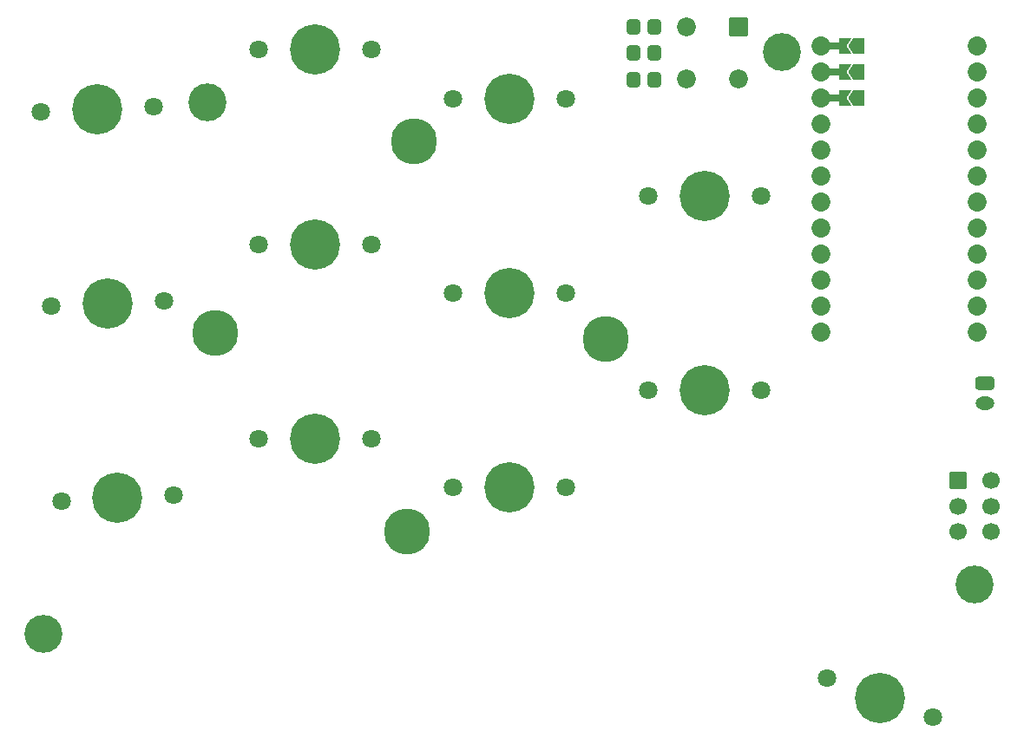
<source format=gbr>
%TF.GenerationSoftware,KiCad,Pcbnew,8.0.6-1.fc41*%
%TF.CreationDate,2024-12-09T10:01:21+11:00*%
%TF.ProjectId,pueo-mx-spaced,7075656f-2d6d-4782-9d73-70616365642e,0.1*%
%TF.SameCoordinates,Original*%
%TF.FileFunction,Soldermask,Top*%
%TF.FilePolarity,Negative*%
%FSLAX46Y46*%
G04 Gerber Fmt 4.6, Leading zero omitted, Abs format (unit mm)*
G04 Created by KiCad (PCBNEW 8.0.6-1.fc41) date 2024-12-09 10:01:21*
%MOMM*%
%LPD*%
G01*
G04 APERTURE LIST*
G04 Aperture macros list*
%AMRoundRect*
0 Rectangle with rounded corners*
0 $1 Rounding radius*
0 $2 $3 $4 $5 $6 $7 $8 $9 X,Y pos of 4 corners*
0 Add a 4 corners polygon primitive as box body*
4,1,4,$2,$3,$4,$5,$6,$7,$8,$9,$2,$3,0*
0 Add four circle primitives for the rounded corners*
1,1,$1+$1,$2,$3*
1,1,$1+$1,$4,$5*
1,1,$1+$1,$6,$7*
1,1,$1+$1,$8,$9*
0 Add four rect primitives between the rounded corners*
20,1,$1+$1,$2,$3,$4,$5,0*
20,1,$1+$1,$4,$5,$6,$7,0*
20,1,$1+$1,$6,$7,$8,$9,0*
20,1,$1+$1,$8,$9,$2,$3,0*%
%AMFreePoly0*
4,1,16,0.535355,0.785355,0.550000,0.750000,0.550000,-0.750000,0.535355,-0.785355,0.500000,-0.800000,-0.650000,-0.800000,-0.685355,-0.785355,-0.700000,-0.750000,-0.691603,-0.722265,-0.210093,0.000000,-0.691603,0.722265,-0.699029,0.759806,-0.677735,0.791603,-0.650000,0.800000,0.500000,0.800000,0.535355,0.785355,0.535355,0.785355,$1*%
%AMFreePoly1*
4,1,16,0.535355,0.785355,0.541603,0.777735,1.041603,0.027735,1.049029,-0.009806,1.041603,-0.027735,0.541603,-0.777735,0.509806,-0.799029,0.500000,-0.800000,-0.500000,-0.800000,-0.535355,-0.785355,-0.550000,-0.750000,-0.550000,0.750000,-0.535355,0.785355,-0.500000,0.800000,0.500000,0.800000,0.535355,0.785355,0.535355,0.785355,$1*%
G04 Aperture macros list end*
%ADD10C,1.801800*%
%ADD11C,4.900000*%
%ADD12RoundRect,0.270833X-0.379167X-0.479167X0.379167X-0.479167X0.379167X0.479167X-0.379167X0.479167X0*%
%ADD13O,1.850000X1.300000*%
%ADD14C,4.500000*%
%ADD15C,3.700000*%
%ADD16RoundRect,0.270833X-0.654167X0.379167X-0.654167X-0.379167X0.654167X-0.379167X0.654167X0.379167X0*%
%ADD17FreePoly0,180.000000*%
%ADD18C,1.852600*%
%ADD19RoundRect,0.050000X-0.762000X0.250000X-0.762000X-0.250000X0.762000X-0.250000X0.762000X0.250000X0*%
%ADD20FreePoly1,180.000000*%
%ADD21RoundRect,0.102000X-0.820000X0.820000X-0.820000X-0.820000X0.820000X-0.820000X0.820000X0.820000X0*%
%ADD22C,1.844000*%
%ADD23RoundRect,0.050000X-0.800000X0.800000X-0.800000X-0.800000X0.800000X-0.800000X0.800000X0.800000X0*%
%ADD24C,1.700000*%
G04 APERTURE END LIST*
D10*
%TO.C,S4*%
X109161664Y-66599976D03*
D11*
X114654126Y-66312127D03*
D10*
X120146588Y-66024278D03*
%TD*%
%TO.C,S13*%
X185823306Y-121897357D03*
D11*
X190991616Y-123778467D03*
D10*
X196159926Y-125659577D03*
%TD*%
D12*
%TO.C,REF\u002A\u002A*%
X166981278Y-58254486D03*
X168981278Y-58254490D03*
%TD*%
D10*
%TO.C,S8*%
X149391618Y-103258464D03*
D11*
X154891617Y-103258466D03*
D10*
X160391616Y-103258468D03*
%TD*%
D13*
%TO.C,*%
X201282700Y-95048470D03*
%TD*%
D10*
%TO.C,S3*%
X110156046Y-85573933D03*
D11*
X115648508Y-85286084D03*
D10*
X121140970Y-84998235D03*
%TD*%
%TO.C,S5*%
X130391617Y-98508468D03*
D11*
X135891616Y-98508470D03*
D10*
X141391615Y-98508472D03*
%TD*%
D14*
%TO.C,*%
X144891617Y-107508466D03*
%TD*%
D15*
%TO.C,REF\u002A\u002A*%
X109402834Y-117541819D03*
%TD*%
D12*
%TO.C,REF\u002A\u002A*%
X166981278Y-60817942D03*
X168981278Y-60817946D03*
%TD*%
D10*
%TO.C,S12*%
X168391620Y-74758467D03*
D11*
X173891619Y-74758469D03*
D10*
X179391618Y-74758471D03*
%TD*%
D15*
%TO.C,REF\u002A\u002A*%
X125439323Y-65613080D03*
%TD*%
D16*
%TO.C,*%
X201282701Y-93048471D03*
%TD*%
D10*
%TO.C,S11*%
X168391618Y-93758463D03*
D11*
X173891617Y-93758465D03*
D10*
X179391616Y-93758467D03*
%TD*%
%TO.C,S10*%
X149391619Y-65258467D03*
D11*
X154891618Y-65258469D03*
D10*
X160391617Y-65258471D03*
%TD*%
D15*
%TO.C,REF\u002A\u002A*%
X181491618Y-60758466D03*
%TD*%
D17*
%TO.C,MCU1*%
X187566617Y-60138466D03*
D18*
X185271617Y-60138467D03*
D19*
X186641619Y-60138468D03*
D18*
X200511617Y-60138469D03*
D17*
X187566617Y-62678468D03*
D19*
X186641617Y-62678468D03*
D18*
X200511619Y-62678469D03*
X185271617Y-62678469D03*
X185271620Y-65218466D03*
D17*
X187566618Y-65218468D03*
D19*
X186641618Y-65218468D03*
D18*
X200511618Y-65218469D03*
X185271620Y-67758467D03*
X200511618Y-67758468D03*
D20*
X189016619Y-60138467D03*
X189016618Y-62678467D03*
X189016618Y-65218469D03*
D18*
X200511618Y-70298469D03*
X200511619Y-72838467D03*
X200511618Y-75378468D03*
X200511618Y-77918468D03*
X200511616Y-80458469D03*
X200511616Y-82998470D03*
X200511619Y-85538467D03*
X200511619Y-88078469D03*
X185271618Y-70298468D03*
X185271618Y-72838468D03*
X185271617Y-75378469D03*
X185271618Y-77918467D03*
X185271618Y-80458468D03*
X185271618Y-82998467D03*
X185271617Y-85538467D03*
X185271619Y-88078467D03*
%TD*%
D10*
%TO.C,S6*%
X130391616Y-79508464D03*
D11*
X135891615Y-79508466D03*
D10*
X141391614Y-79508468D03*
%TD*%
%TO.C,S2*%
X111150431Y-104547895D03*
D11*
X116642893Y-104260046D03*
D10*
X122135355Y-103972197D03*
%TD*%
%TO.C,S7*%
X130391619Y-60508465D03*
D11*
X135891618Y-60508467D03*
D10*
X141391617Y-60508469D03*
%TD*%
D12*
%TO.C,REF\u002A\u002A*%
X166981279Y-63404487D03*
X168981279Y-63404491D03*
%TD*%
D15*
%TO.C,REF\u002A\u002A*%
X200274472Y-112742162D03*
%TD*%
D14*
%TO.C,REF\u002A\u002A*%
X126176986Y-88128899D03*
X145556553Y-69414268D03*
X144891617Y-107508466D03*
X164271184Y-88793835D03*
%TD*%
D15*
%TO.C,*%
X200274472Y-112742162D03*
%TD*%
D21*
%TO.C,REF\u002A\u002A*%
X177248141Y-58277937D03*
D22*
X177248141Y-63357939D03*
X172168139Y-63357939D03*
X172168139Y-58277937D03*
%TD*%
D10*
%TO.C,S9*%
X149391620Y-84258467D03*
D11*
X154891619Y-84258469D03*
D10*
X160391618Y-84258471D03*
%TD*%
D23*
%TO.C,on/off*%
X198638611Y-102553469D03*
D24*
X198638604Y-105053469D03*
X198638619Y-107553467D03*
X201838621Y-102553461D03*
X201838616Y-105053469D03*
X201838605Y-107553468D03*
%TD*%
M02*

</source>
